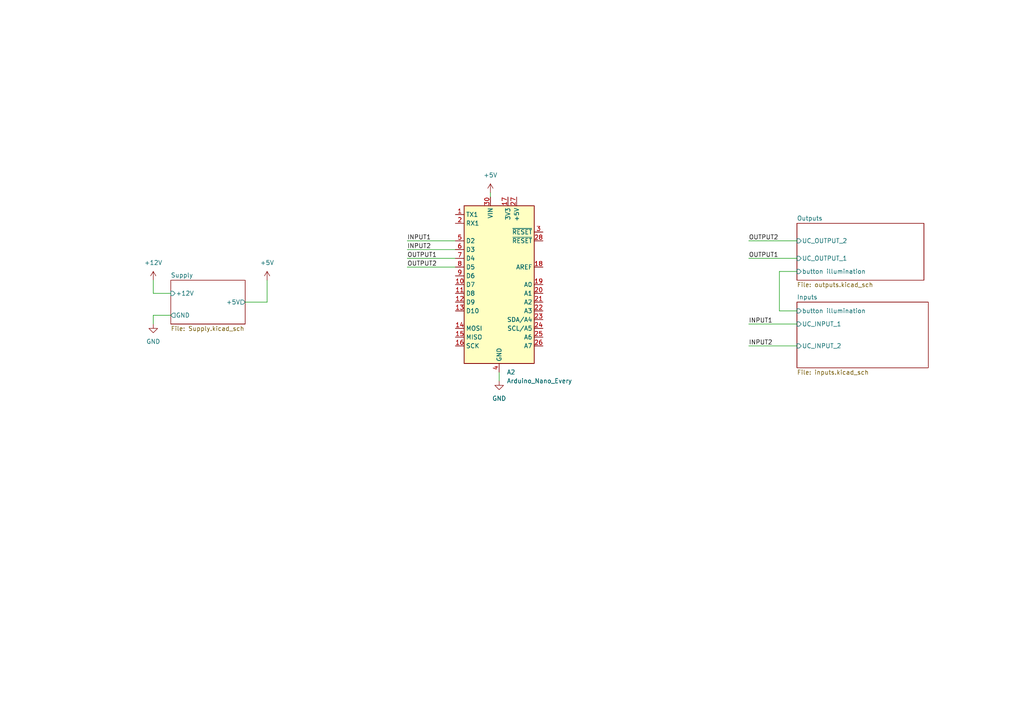
<source format=kicad_sch>
(kicad_sch (version 20231120) (generator "eeschema") (generator_version "8.0")
  (paper "A4")
  (lib_symbols
    (symbol "MCU_Module:Arduino_Nano_Every"
      (property "Reference" "A" (at -10.16 23.495 0))
      (property "Value" "Arduino_Nano_Every" (at 5.08 -24.13 0))
      (symbol "Arduino_Nano_Every_0_1"
        (rectangle (start -10.16 22.86) (end 10.16 -22.86) (stroke (width 0.254)) (fill (type background)))
      )
      (symbol "Arduino_Nano_Every_1_1"
        (pin bidirectional line (at -12.7 20.32 0) (length 2.54) (name "TX1") (number "1"))
        (pin bidirectional line (at -12.7 0 0) (length 2.54) (name "D7") (number "10"))
        (pin bidirectional line (at -12.7 -2.54 0) (length 2.54) (name "D8") (number "11"))
        (pin bidirectional line (at -12.7 -5.08 0) (length 2.54) (name "D9") (number "12"))
        (pin bidirectional line (at -12.7 -7.62 0) (length 2.54) (name "D10") (number "13"))
        (pin bidirectional line (at -12.7 -12.7 0) (length 2.54) (name "MOSI") (number "14"))
        (pin bidirectional line (at -12.7 -15.24 0) (length 2.54) (name "MISO") (number "15"))
        (pin bidirectional line (at -12.7 -17.78 0) (length 2.54) (name "SCK") (number "16"))
        (pin power_out line (at 2.54 25.4 270) (length 2.54) (name "3V3") (number "17"))
        (pin input line (at 12.7 5.08 180) (length 2.54) (name "AREF") (number "18"))
        (pin bidirectional line (at 12.7 0 180) (length 2.54) (name "A0") (number "19"))
        (pin bidirectional line (at -12.7 17.78 0) (length 2.54) (name "RX1") (number "2"))
        (pin bidirectional line (at 12.7 -2.54 180) (length 2.54) (name "A1") (number "20"))
        (pin bidirectional line (at 12.7 -5.08 180) (length 2.54) (name "A2") (number "21"))
        (pin bidirectional line (at 12.7 -7.62 180) (length 2.54) (name "A3") (number "22"))
        (pin bidirectional line (at 12.7 -10.16 180) (length 2.54) (name "SDA/A4") (number "23"))
        (pin bidirectional line (at 12.7 -12.7 180) (length 2.54) (name "SCL/A5") (number "24"))
        (pin bidirectional line (at 12.7 -15.24 180) (length 2.54) (name "A6") (number "25"))
        (pin bidirectional line (at 12.7 -17.78 180) (length 2.54) (name "A7") (number "26"))
        (pin power_out line (at 5.08 25.4 270) (length 2.54) (name "+5V") (number "27"))
        (pin input line (at 12.7 12.7 180) (length 2.54) (name "~{RESET}") (number "28"))
        (pin passive line (at 0 -25.4 90) (length 2.54) hide (name "GND") (number "29"))
        (pin input line (at 12.7 15.24 180) (length 2.54) (name "~{RESET}") (number "3"))
        (pin power_in line (at -2.54 25.4 270) (length 2.54) (name "VIN") (number "30"))
        (pin power_in line (at 0 -25.4 90) (length 2.54) (name "GND") (number "4"))
        (pin bidirectional line (at -12.7 12.7 0) (length 2.54) (name "D2") (number "5"))
        (pin bidirectional line (at -12.7 10.16 0) (length 2.54) (name "D3") (number "6"))
        (pin bidirectional line (at -12.7 7.62 0) (length 2.54) (name "D4") (number "7"))
        (pin bidirectional line (at -12.7 5.08 0) (length 2.54) (name "D5") (number "8"))
        (pin bidirectional line (at -12.7 2.54 0) (length 2.54) (name "D6") (number "9"))
      )
    )
    (symbol "power:+12V" (power) (pin_names (offset 0))
      (property "Value" "+12V" (at 0 3.556 0))
      (symbol "+12V_0_1"
        (polyline (pts (xy -0.762 1.27) (xy 0 2.54)))
        (polyline (pts (xy 0 0) (xy 0 2.54)))
        (polyline (pts (xy 0 2.54) (xy 0.762 1.27)))
      )
      (symbol "+12V_1_1"
        (pin power_in line (at 0 0 90) (length 0) hide (name "+12V") (number "1"))
      )
    )
    (symbol "power:+5V" (power) (pin_names (offset 0))
      (property "Value" "+5V" (at 0 3.556 0))
      (symbol "+5V_0_1"
        (polyline (pts (xy -0.762 1.27) (xy 0 2.54)))
        (polyline (pts (xy 0 0) (xy 0 2.54)))
        (polyline (pts (xy 0 2.54) (xy 0.762 1.27)))
      )
      (symbol "+5V_1_1"
        (pin power_in line (at 0 0 90) (length 0) hide (name "+5V") (number "1"))
      )
    )
    (symbol "power:GND" (power) (pin_names (offset 0))
      (property "Value" "GND" (at 0 -3.81 0))
      (symbol "GND_0_1"
        (polyline (pts (xy 0 0) (xy 0 -1.27) (xy 1.27 -1.27) (xy 0 -2.54) (xy -1.27 -1.27) (xy 0 -1.27)))
      )
      (symbol "GND_1_1"
        (pin power_in line (at 0 0 270) (length 0) hide (name "GND") (number "1"))
      )
    )
  )
  (wire (pts (xy 226.06 90.17) (xy 231.14 90.17)))
  (wire (pts (xy 132.08 69.85) (xy 118.11 69.85)))
  (wire (pts (xy 118.11 77.47) (xy 132.08 77.47)))
  (wire (pts (xy 118.11 72.39) (xy 132.08 72.39)))
  (wire (pts (xy 118.11 74.93) (xy 132.08 74.93)))
  (wire (pts (xy 231.14 100.33) (xy 217.17 100.33)))
  (wire (pts (xy 49.53 91.44) (xy 44.45 91.44)))
  (wire (pts (xy 71.12 87.63) (xy 77.47 87.63)))
  (wire (pts (xy 49.53 85.09) (xy 44.45 85.09)))
  (wire (pts (xy 144.78 110.49) (xy 144.78 107.95)))
  (wire (pts (xy 231.14 78.74) (xy 226.06 78.74)))
  (wire (pts (xy 226.06 78.74) (xy 226.06 90.17)))
  (wire (pts (xy 217.17 74.93) (xy 231.14 74.93)))
  (wire (pts (xy 217.17 69.85) (xy 231.14 69.85)))
  (wire (pts (xy 44.45 91.44) (xy 44.45 93.98)))
  (wire (pts (xy 77.47 87.63) (xy 77.47 81.28)))
  (wire (pts (xy 44.45 85.09) (xy 44.45 81.28)))
  (wire (pts (xy 142.24 55.88) (xy 142.24 57.15)))
  (wire (pts (xy 231.14 93.98) (xy 217.17 93.98)))
  (label "INPUT2" (at 217.17 100.33 0))
  (label "INPUT1" (at 217.17 93.98 0))
  (label "INPUT1" (at 118.11 69.85 0))
  (label "OUTPUT2" (at 118.11 77.47 0))
  (label "OUTPUT1" (at 217.17 74.93 0))
  (label "OUTPUT2" (at 217.17 69.85 0))
  (label "INPUT2" (at 118.11 72.39 0))
  (label "OUTPUT1" (at 118.11 74.93 0))
  (symbol (lib_id "MCU_Module:Arduino_Nano_Every") (at 144.78 82.55 0) (unit 1)
    (property "Reference" "A2" (at 146.9741 107.95 0) (effects (justify left)))
    (property "Value" "Arduino_Nano_Every" (at 146.9741 110.49 0) (effects (justify left)))
    (property "Footprint" "Module:Arduino_Nano_WithMountingHoles" (effects (hide yes)))
    (property "Datasheet" "https://content.arduino.cc/assets/NANOEveryV3.0_sch.pdf" (effects (hide yes)))
    (property "Description" "Arduino Nano Every" (effects (hide yes)))
  )
  (symbol (lib_id "power:+5V") (at 77.47 81.28 0) (unit 1)
    (property "Reference" "#PWR03" (effects (hide yes)))
    (property "Value" "+5V" (at 77.47 76.2 0))
  )
  (symbol (lib_id "power:GND") (at 144.78 110.49 0) (unit 1)
    (property "Reference" "#PWR05" (effects (hide yes)))
    (property "Value" "GND" (at 144.78 115.57 0))
  )
  (symbol (lib_id "power:+5V") (at 142.24 55.88 0) (unit 1)
    (property "Reference" "#PWR04" (effects (hide yes)))
    (property "Value" "+5V" (at 142.24 50.8 0))
  )
  (symbol (lib_id "power:+12V") (at 44.45 81.28 0) (unit 1)
    (property "Reference" "#PWR01" (effects (hide yes)))
    (property "Value" "+12V" (at 44.45 76.2 0))
  )
  (symbol (lib_id "power:GND") (at 44.45 93.98 0) (unit 1)
    (property "Reference" "#PWR02" (effects (hide yes)))
    (property "Value" "GND" (at 44.45 99.06 0))
  )
  (sheet (at 231.14 64.77) (size 36.83 16.51) (stroke (width 0.1524))
    (property "Sheetname" "Outputs" (at 231.14 64.0584 0) (effects (justify left bottom)))
    (property "Sheetfile" "outputs.kicad_sch" (at 231.14 81.8646 0) (effects (justify left top)))
    (pin "UC_OUTPUT_1" input (at 231.14 74.93 180))
    (pin "UC_OUTPUT_2" input (at 231.14 69.85 180))
    (pin "button illumination" input (at 231.14 78.74 180))
  )
  (sheet (at 231.14 87.63) (size 38.1 19.05) (stroke (width 0.1524))
    (property "Sheetname" "Inputs" (at 231.14 86.9184 0) (effects (justify left bottom)))
    (property "Sheetfile" "inputs.kicad_sch" (at 231.14 107.2646 0) (effects (justify left top)))
    (pin "UC_INPUT_2" input (at 231.14 100.33 180))
    (pin "UC_INPUT_1" input (at 231.14 93.98 180))
    (pin "button illumination" input (at 231.14 90.17 180))
  )
  (sheet (at 49.53 81.28) (size 21.59 12.7) (stroke (width 0.1524))
    (property "Sheetname" "Supply" (at 49.53 80.5684 0) (effects (justify left bottom)))
    (property "Sheetfile" "Supply.kicad_sch" (at 49.53 94.5646 0) (effects (justify left top)))
    (pin "GND" output (at 49.53 91.44 180))
    (pin "+5V" output (at 71.12 87.63 0))
    (pin "+12V" input (at 49.53 85.09 180))
  )
)
</source>
